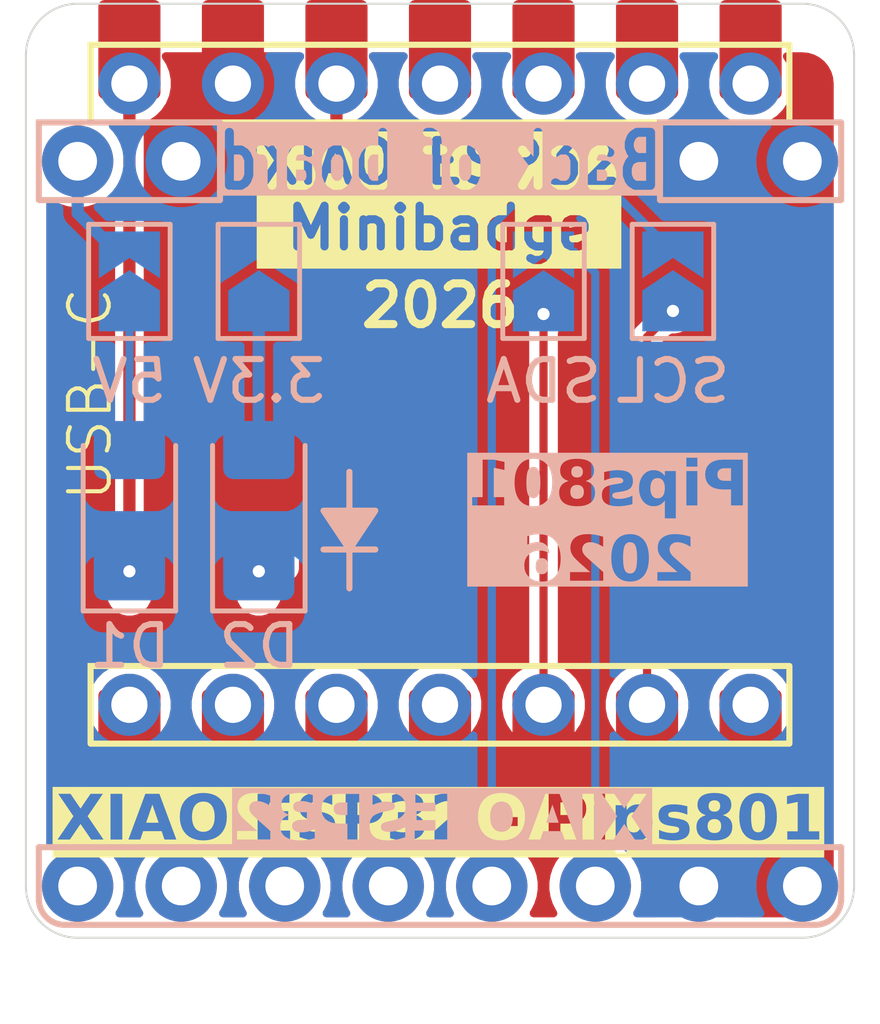
<source format=kicad_pcb>
(kicad_pcb (version 20241229) (generator "pcbnew") (generator_version "9.0")
  (layers (0 "F.Cu" signal) (2 "B.Cu" signal) (13 "F.Paste" user) (15 "B.Paste" user) (5 "F.SilkS" user "F.Silkscreen") (7 "B.SilkS" user "B.Silkscreen") (1 "F.Mask" user) (3 "B.Mask" user) (25 "Edge.Cuts" user))
  (net 0 "")
  (net 1 "Net-(D1-A)")
  (net 2 "Net-(D2-A)")
  (net 3 "VBUS")
  (net 4 "+3.3V")
  (net 5 "SCL")
  (net 6 "SDA")
  (net 7 "GND")
  (net 21 "/X_VBUS")
  (net 22 "/X_3V3")
  (net 23 "/X_SCL")
  (net 24 "/X_SDA")
  (footprint "MiniBadge:MiniBadge_Full_NoEdges" (layer "F.Cu") (at 138.43 87.63)
    (property "Reference" "MB1" (hide yes))
    (property "Value" "MiniBadge_Simple")
    (pad "1" thru_hole circle (at 1.27 1.27) (size 1.75 1.75) (drill 0.95) (layers "*.Cu" "*.Mask") (net 3 "VBUS"))
    (pad "2" thru_hole circle (at 3.81 1.27) (size 1.75 1.75) (drill 0.95) (layers "*.Cu" "*.Mask") (net 7 "GND"))
    (pad "7" thru_hole circle (at 16.51 1.27) (size 1.75 1.75) (drill 0.95) (layers "*.Cu" "*.Mask") (net 4 "+3.3V"))
    (pad "8" thru_hole circle (at 19.05 1.27) (size 1.75 1.75) (drill 0.95) (layers "*.Cu" "*.Mask") (net 7 "GND"))
    (pad "9" thru_hole circle (at 1.27 19.05) (size 1.75 1.75) (drill 0.95) (layers "*.Cu" "*.Mask"))
    (pad "10" thru_hole circle (at 3.81 19.05) (size 1.75 1.75) (drill 0.95) (layers "*.Cu" "*.Mask"))
    (pad "11" thru_hole circle (at 6.35 19.05) (size 1.75 1.75) (drill 0.95) (layers "*.Cu" "*.Mask"))
    (pad "12" thru_hole circle (at 8.89 19.05) (size 1.75 1.75) (drill 0.95) (layers "*.Cu" "*.Mask"))
    (pad "13" thru_hole circle (at 11.43 19.05) (size 1.75 1.75) (drill 0.95) (layers "*.Cu" "*.Mask") (net 5 "SCL"))
    (pad "14" thru_hole circle (at 13.97 19.05) (size 1.75 1.75) (drill 0.95) (layers "*.Cu" "*.Mask") (net 6 "SDA"))
    (pad "15" thru_hole circle (at 16.51 19.05) (size 1.75 1.75) (drill 0.95) (layers "*.Cu" "*.Mask") (net 4 "+3.3V"))
    (pad "16" thru_hole circle (at 19.05 19.05) (size 1.75 1.75) (drill 0.95) (layers "*.Cu" "*.Mask") (net 7 "GND"))
  )
  (footprint "Seeed XIAO:XIAO-ESP32S3-DIP" (layer "F.Cu") (at 148.59 94.615 90)
    (property "Reference" "U1" (hide yes))
    (property "Value" "XIAO-ESP32-S3-DIP")
    (fp_text user "USB-C" (at 0 -8 90) (layer "F.SilkS") (effects (font (thickness 0.1)) (justify bottom)))
    (pad "1" smd roundrect (at -8.455 -7.62 270) (size 2.432 1.524) (layers "F.Cu" "F.Mask") (roundrect_rratio 0.1))
    (pad "1" thru_hole circle (at -7.62 -7.62 270) (size 1.524 1.524) (drill 0.889) (layers "*.Cu" "*.Mask"))
    (pad "2" smd roundrect (at -8.455 -5.08 270) (size 2.432 1.524) (layers "F.Cu" "F.Mask") (roundrect_rratio 0.1))
    (pad "2" thru_hole circle (at -7.62 -5.08 270) (size 1.524 1.524) (drill 0.889) (layers "*.Cu" "*.Mask"))
    (pad "3" smd roundrect (at -8.455 -2.54 270) (size 2.432 1.524) (layers "F.Cu" "F.Mask") (roundrect_rratio 0.1))
    (pad "3" thru_hole circle (at -7.62 -2.54 270) (size 1.524 1.524) (drill 0.889) (layers "*.Cu" "*.Mask"))
    (pad "4" smd roundrect (at -8.455 0 270) (size 2.432 1.524) (layers "F.Cu" "F.Mask") (roundrect_rratio 0.1))
    (pad "4" thru_hole circle (at -7.62 0 270) (size 1.524 1.524) (drill 0.889) (layers "*.Cu" "*.Mask"))
    (pad "5" smd roundrect (at -8.455 2.54 270) (size 2.432 1.524) (layers "F.Cu" "F.Mask") (roundrect_rratio 0.1) (net 24 "/X_SDA"))
    (pad "5" thru_hole circle (at -7.62 2.54 270) (size 1.524 1.524) (drill 0.889) (layers "*.Cu" "*.Mask") (net 24 "/X_SDA"))
    (pad "6" smd roundrect (at -8.455 5.08 270) (size 2.432 1.524) (layers "F.Cu" "F.Mask") (roundrect_rratio 0.1) (net 23 "/X_SCL"))
    (pad "6" thru_hole circle (at -7.62 5.08 270) (size 1.524 1.524) (drill 0.889) (layers "*.Cu" "*.Mask") (net 23 "/X_SCL"))
    (pad "7" smd roundrect (at -8.455 7.62 270) (size 2.432 1.524) (layers "F.Cu" "F.Mask") (roundrect_rratio 0.1))
    (pad "7" thru_hole circle (at -7.62 7.62 270) (size 1.524 1.524) (drill 0.889) (layers "*.Cu" "*.Mask"))
    (pad "8" thru_hole circle (at 7.62 7.62 90) (size 1.524 1.524) (drill 0.889) (layers "*.Cu" "*.Mask"))
    (pad "8" smd roundrect (at 8.455 7.62 90) (size 2.432 1.524) (layers "F.Cu" "F.Mask") (roundrect_rratio 0.1))
    (pad "9" thru_hole circle (at 7.62 5.08 90) (size 1.524 1.524) (drill 0.889) (layers "*.Cu" "*.Mask"))
    (pad "9" smd roundrect (at 8.455 5.08 90) (size 2.432 1.524) (layers "F.Cu" "F.Mask") (roundrect_rratio 0.1))
    (pad "10" thru_hole circle (at 7.62 2.54 90) (size 1.524 1.524) (drill 0.889) (layers "*.Cu" "*.Mask"))
    (pad "10" smd roundrect (at 8.455 2.54 90) (size 2.432 1.524) (layers "F.Cu" "F.Mask") (roundrect_rratio 0.1))
    (pad "11" thru_hole circle (at 7.62 0 90) (size 1.524 1.524) (drill 0.889) (layers "*.Cu" "*.Mask"))
    (pad "11" smd roundrect (at 8.455 0 90) (size 2.432 1.524) (layers "F.Cu" "F.Mask") (roundrect_rratio 0.1))
    (pad "12" thru_hole circle (at 7.62 -2.54 90) (size 1.524 1.524) (drill 0.889) (layers "*.Cu" "*.Mask") (net 22 "/X_3V3"))
    (pad "12" smd roundrect (at 8.455 -2.54 90) (size 2.432 1.524) (layers "F.Cu" "F.Mask") (roundrect_rratio 0.1) (net 22 "/X_3V3"))
    (pad "13" thru_hole circle (at 7.62 -5.08 90) (size 1.524 1.524) (drill 0.889) (layers "*.Cu" "*.Mask") (net 7 "GND"))
    (pad "13" smd roundrect (at 8.455 -5.08 90) (size 2.432 1.524) (layers "F.Cu" "F.Mask") (roundrect_rratio 0.1) (net 7 "GND"))
    (pad "14" thru_hole circle (at 7.62 -7.62 90) (size 1.524 1.524) (drill 0.889) (layers "*.Cu" "*.Mask") (net 21 "/X_VBUS"))
    (pad "14" smd roundrect (at 8.455 -7.62 90) (size 2.432 1.524) (layers "F.Cu" "F.Mask") (roundrect_rratio 0.1) (net 21 "/X_VBUS"))
  )
  (footprint "Jumper:SolderJumper-2_P1.3mm_Open_TrianglePad1.0x1.5mm" (layer "B.Cu") (at 140.97 91.8475 90)
    (property "Reference" "JP1")
    (property "Value" "5V" (at -2.45 0 0) (layer "B.SilkS") (effects (justify mirror)))
    (fp_line (start 1.4 -1) (end -1.4 -1) (stroke (width 0.12)) (layer "B.SilkS"))
    (fp_line (start -1.4 -1) (end -1.4 1) (stroke (width 0.12)) (layer "B.SilkS"))
    (fp_line (start 1.4 1) (end 1.4 -1) (stroke (width 0.12)) (layer "B.SilkS"))
    (fp_line (start -1.4 1) (end 1.4 1) (stroke (width 0.12)) (layer "B.SilkS"))
    (pad "1" smd custom (at -0.725 0 90) (size 0.3 0.3) (layers "B.Cu" "B.Mask") (net 1 "Net-(D1-A)") (options (clearance outline) (anchor rect)) (primitives (gr_poly (pts (xy 1 0) (xy 0.5 -0.75) (xy -0.5 -0.75) (xy -0.5 0.75) (xy 0.5 0.75)) (width 0) (fill yes))))
    (pad "2" smd custom (at 0.725 0 90) (size 0.3 0.3) (layers "B.Cu" "B.Mask") (net 3 "VBUS") (options (clearance outline) (anchor rect)) (primitives (gr_poly (pts (xy 0.5 -0.75) (xy -0.65 -0.75) (xy -0.15 0) (xy -0.65 0.75) (xy 0.5 0.75)) (width 0) (fill yes))))
  )
  (footprint "Diode_SMD:D_1206_3216Metric_Pad1.42x1.75mm_HandSolder" (layer "B.Cu") (at 140.97 97.4725 90)
    (property "Reference" "D1" (at -3.326681 0.009577 0) (layer "B.SilkS") (effects (justify mirror)))
    (property "Value" "10V")
    (fp_line (start -2.46 -1.135) (end 1.6 -1.135) (stroke (width 0.12)) (layer "B.SilkS"))
    (fp_line (start 1.6 1.135) (end -2.46 1.135) (stroke (width 0.12)) (layer "B.SilkS"))
    (fp_line (start -2.46 1.135) (end -2.46 -1.135) (stroke (width 0.12)) (layer "B.SilkS"))
    (pad "1" smd roundrect (at -1.4875 0 90) (size 1.425 1.75) (layers "B.Cu" "B.Mask" "B.Paste") (roundrect_rratio 0.175439) (net 21 "/X_VBUS"))
    (pad "2" smd roundrect (at 1.4875 0 90) (size 1.425 1.75) (layers "B.Cu" "B.Mask" "B.Paste") (roundrect_rratio 0.175439) (net 1 "Net-(D1-A)"))
  )
  (footprint "Jumper:SolderJumper-2_P1.3mm_Open_TrianglePad1.0x1.5mm" (layer "B.Cu") (at 151.13 91.8475 90)
    (property "Reference" "JP4")
    (property "Value" "SDA" (at -2.45 0 0) (layer "B.SilkS") (effects (justify mirror)))
    (fp_line (start 1.4 -1) (end -1.4 -1) (stroke (width 0.12)) (layer "B.SilkS"))
    (fp_line (start -1.4 -1) (end -1.4 1) (stroke (width 0.12)) (layer "B.SilkS"))
    (fp_line (start 1.4 1) (end 1.4 -1) (stroke (width 0.12)) (layer "B.SilkS"))
    (fp_line (start -1.4 1) (end 1.4 1) (stroke (width 0.12)) (layer "B.SilkS"))
    (pad "1" smd custom (at -0.725 0 90) (size 0.3 0.3) (layers "B.Cu" "B.Mask") (net 24 "/X_SDA") (options (clearance outline) (anchor rect)) (primitives (gr_poly (pts (xy 1 0) (xy 0.5 -0.75) (xy -0.5 -0.75) (xy -0.5 0.75) (xy 0.5 0.75)) (width 0) (fill yes))))
    (pad "2" smd custom (at 0.725 0 90) (size 0.3 0.3) (layers "B.Cu" "B.Mask") (net 6 "SDA") (options (clearance outline) (anchor rect)) (primitives (gr_poly (pts (xy 0.5 -0.75) (xy -0.65 -0.75) (xy -0.15 0) (xy -0.65 0.75) (xy 0.5 0.75)) (width 0) (fill yes))))
  )
  (footprint "Diode_SMD:D_1206_3216Metric_Pad1.42x1.75mm_HandSolder" (layer "B.Cu") (at 144.145 97.4725 90)
    (property "Reference" "D2" (at -3.326681 0.009577 0) (layer "B.SilkS") (effects (justify mirror)))
    (property "Value" "10V")
    (fp_line (start -2.46 -1.135) (end 1.6 -1.135) (stroke (width 0.12)) (layer "B.SilkS"))
    (fp_line (start 1.6 1.135) (end -2.46 1.135) (stroke (width 0.12)) (layer "B.SilkS"))
    (fp_line (start -2.46 1.135) (end -2.46 -1.135) (stroke (width 0.12)) (layer "B.SilkS"))
    (pad "1" smd roundrect (at -1.4875 0 90) (size 1.425 1.75) (layers "B.Cu" "B.Mask" "B.Paste") (roundrect_rratio 0.175439) (net 22 "/X_3V3"))
    (pad "2" smd roundrect (at 1.4875 0 90) (size 1.425 1.75) (layers "B.Cu" "B.Mask" "B.Paste") (roundrect_rratio 0.175439) (net 2 "Net-(D2-A)"))
  )
  (footprint "Jumper:SolderJumper-2_P1.3mm_Open_TrianglePad1.0x1.5mm" (layer "B.Cu") (at 144.145 91.8475 90)
    (property "Reference" "JP2")
    (property "Value" "3.3V" (at -2.45 0 0) (layer "B.SilkS") (effects (justify mirror)))
    (fp_line (start 1.4 -1) (end -1.4 -1) (stroke (width 0.12)) (layer "B.SilkS"))
    (fp_line (start -1.4 -1) (end -1.4 1) (stroke (width 0.12)) (layer "B.SilkS"))
    (fp_line (start 1.4 1) (end 1.4 -1) (stroke (width 0.12)) (layer "B.SilkS"))
    (fp_line (start -1.4 1) (end 1.4 1) (stroke (width 0.12)) (layer "B.SilkS"))
    (pad "1" smd custom (at -0.725 0 90) (size 0.3 0.3) (layers "B.Cu" "B.Mask") (net 2 "Net-(D2-A)") (options (clearance outline) (anchor rect)) (primitives (gr_poly (pts (xy 1 0) (xy 0.5 -0.75) (xy -0.5 -0.75) (xy -0.5 0.75) (xy 0.5 0.75)) (width 0) (fill yes))))
    (pad "2" smd custom (at 0.725 0 90) (size 0.3 0.3) (layers "B.Cu" "B.Mask") (net 4 "+3.3V") (options (clearance outline) (anchor rect)) (primitives (gr_poly (pts (xy 0.5 -0.75) (xy -0.65 -0.75) (xy -0.15 0) (xy -0.65 0.75) (xy 0.5 0.75)) (width 0) (fill yes))))
  )
  (footprint "Jumper:SolderJumper-2_P1.3mm_Open_TrianglePad1.0x1.5mm" (layer "B.Cu") (at 154.305 91.8475 90)
    (property "Reference" "JP3")
    (property "Value" "SCL" (at -2.45 0 0) (layer "B.SilkS") (effects (justify mirror)))
    (fp_line (start 1.4 -1) (end -1.4 -1) (stroke (width 0.12)) (layer "B.SilkS"))
    (fp_line (start -1.4 -1) (end -1.4 1) (stroke (width 0.12)) (layer "B.SilkS"))
    (fp_line (start 1.4 1) (end 1.4 -1) (stroke (width 0.12)) (layer "B.SilkS"))
    (fp_line (start -1.4 1) (end 1.4 1) (stroke (width 0.12)) (layer "B.SilkS"))
    (pad "1" smd custom (at -0.725 0 90) (size 0.3 0.3) (layers "B.Cu" "B.Mask") (net 23 "/X_SCL") (options (clearance outline) (anchor rect)) (primitives (gr_poly (pts (xy 1 0) (xy 0.5 -0.75) (xy -0.5 -0.75) (xy -0.5 0.75) (xy 0.5 0.75)) (width 0) (fill yes))))
    (pad "2" smd custom (at 0.725 0 90) (size 0.3 0.3) (layers "B.Cu" "B.Mask") (net 5 "SCL") (options (clearance outline) (anchor rect)) (primitives (gr_poly (pts (xy 0.5 -0.75) (xy -0.65 -0.75) (xy -0.15 0) (xy -0.65 0.75) (xy 0.5 0.75)) (width 0) (fill yes))))
  )
  (gr_rect (start 140.0175 86.0425) (end 157.1625 87.9475) (stroke (width 0.15)) (fill no) (layer "F.SilkS"))
  (gr_rect (start 140.0175 101.2825) (end 157.1625 103.1875) (stroke (width 0.15)) (fill no) (layer "F.SilkS"))
  (gr_arc (start 139.3825 107.6325) (mid 138.933487 107.446513) (end 138.7475 106.9975) (stroke (width 0.15)) (layer "B.SilkS"))
  (gr_poly (pts (xy 146.3675 98.425) (xy 145.7325 97.4725) (xy 147.0025 97.4725)) (stroke (width 0.15)) (fill yes) (layer "B.SilkS"))
  (gr_rect (start 153.9875 87.9475) (end 158.4325 89.8525) (stroke (width 0.15)) (fill no) (layer "B.SilkS"))
  (gr_line (start 146.3675 96.52) (end 146.3675 99.3775) (stroke (width 0.15)) (layer "B.SilkS"))
  (gr_line (start 157.7975 107.6325) (end 139.3825 107.6325) (stroke (width 0.15)) (layer "B.SilkS"))
  (gr_line (start 158.4325 105.7275) (end 158.4325 106.9975) (stroke (width 0.15)) (layer "B.SilkS"))
  (gr_arc (start 158.4325 106.9975) (mid 158.246513 107.446513) (end 157.7975 107.6325) (stroke (width 0.15)) (layer "B.SilkS"))
  (gr_line (start 138.7475 106.9975) (end 138.7475 105.7275) (stroke (width 0.15)) (layer "B.SilkS"))
  (gr_line (start 145.7325 98.425) (end 147.0025 98.425) (stroke (width 0.15)) (layer "B.SilkS"))
  (gr_rect (start 138.7475 87.9475) (end 143.1925 89.8525) (stroke (width 0.15)) (fill no) (layer "B.SilkS"))
  (gr_line (start 138.7475 105.7275) (end 158.4325 105.7275) (stroke (width 0.15)) (layer "B.SilkS"))
  (gr_line (start 139.708126 85.035526) (end 157.488126 85.035526) (stroke (width 0.05)) (layer "Edge.Cuts"))
  (gr_arc (start 138.43 86.305526) (mid 138.801974 85.4075) (end 139.7 85.035526) (stroke (width 0.05)) (layer "Edge.Cuts"))
  (gr_line (start 158.75 86.305526) (end 158.75 106.68) (stroke (width 0.05)) (layer "Edge.Cuts"))
  (gr_arc (start 157.48 85.035526) (mid 158.378026 85.4075) (end 158.75 86.305526) (stroke (width 0.05)) (layer "Edge.Cuts"))
  (gr_arc (start 158.75 106.68) (mid 158.378026 107.578026) (end 157.48 107.95) (stroke (width 0.05)) (layer "Edge.Cuts"))
  (gr_line (start 138.43 106.68) (end 138.43 86.305526) (stroke (width 0.05)) (layer "Edge.Cuts"))
  (gr_arc (start 139.7 107.95) (mid 138.801974 107.578026) (end 138.43 106.68) (stroke (width 0.05)) (layer "Edge.Cuts"))
  (gr_line (start 157.48 107.95) (end 139.7 107.95) (stroke (width 0.05)) (layer "Edge.Cuts"))
  (gr_text "XIAO ESP32\nMinibadge" (at 148.59 91.1225 0) (layer "F.SilkS" knockout) (effects (font (size 1 1) (thickness 0.2)) (justify bottom)))
  (gr_text "2026" (at 148.59 93.0275 0) (layer "F.SilkS") (effects (font (size 1 1) (thickness 0.2)) (justify bottom)))
  (gr_text "XIAO ESP32 - Pips801" (at 148.59 105.7275 0) (layer "F.SilkS" knockout) (effects (font (size 1.1 1.1) (thickness 0.2) (bold yes)) (justify bottom)))
  (gr_text "Pips801\n2026" (at 152.7175 99.3775 0) (layer "B.SilkS" knockout) (effects (font (size 1.1 1.1) (thickness 0.2) (bold yes)) (justify bottom mirror)))
  (gr_text "Back of board" (at 148.59 88.9 0) (layer "B.SilkS" knockout) (effects (font (size 1.3 1) (thickness 0.22) (bold yes)) (justify mirror)))
  (gr_text "XIAO ESP32" (at 148.59 105.7275 0) (layer "B.SilkS" knockout) (effects (font (size 1.1 1.1) (thickness 0.2) (bold yes)) (justify bottom mirror)))
  (segment (start 140.97 92.5725) (end 140.97 95.985) (width 0.2) (layer "B.Cu") (net 1))
  (segment (start 144.145 95.985) (end 144.145 92.5725) (width 0.3) (layer "B.Cu") (net 2))
  (segment (start 139.7 88.9) (end 139.7 90.17) (width 0.3) (layer "B.Cu") (net 3))
  (segment (start 139.7 90.17) (end 140.6525 91.1225) (width 0.3) (layer "B.Cu") (net 3))
  (segment (start 140.6525 91.1225) (end 140.97 91.1225) (width 0.3) (layer "B.Cu") (net 3))
  (segment (start 149.86 106.68) (end 149.86 90.4875) (width 0.2) (layer "B.Cu") (net 5))
  (segment (start 150.495 89.8525) (end 153.035 89.8525) (width 0.2) (layer "B.Cu") (net 5))
  (segment (start 153.035 89.8525) (end 154.305 91.1225) (width 0.2) (layer "B.Cu") (net 5))
  (segment (start 149.86 90.4875) (end 150.495 89.8525) (width 0.2) (layer "B.Cu") (net 5))
  (segment (start 152.4 91.6375) (end 151.885 91.1225) (width 0.2) (layer "B.Cu") (net 6))
  (segment (start 152.4 106.68) (end 152.4 91.6375) (width 0.2) (layer "B.Cu") (net 6))
  (segment (start 151.885 91.1225) (end 151.13 91.1225) (width 0.2) (layer "B.Cu") (net 6))
  (segment (start 140.97 86.995) (end 140.97 98.96) (width 0.3) (layer "F.Cu") (net 21))
  (via (at 140.97 98.96) (size 0.6) (drill 0.3) (layers "F.Cu" "B.Cu") (net 21))
  (segment (start 146.05 86.995) (end 146.05 97.055) (width 0.3) (layer "F.Cu") (net 22))
  (segment (start 146.05 97.055) (end 144.145 98.96) (width 0.3) (layer "F.Cu") (net 22))
  (via (at 144.145 98.96) (size 0.6) (drill 0.3) (layers "F.Cu" "B.Cu") (net 22))
  (segment (start 153.67 93.2075) (end 154.305 92.5725) (width 0.2) (layer "F.Cu") (net 23))
  (segment (start 153.67 102.235) (end 153.67 93.2075) (width 0.2) (layer "F.Cu") (net 23))
  (via (at 154.305 92.5725) (size 0.6) (drill 0.3) (layers "F.Cu" "B.Cu") (net 23))
  (segment (start 151.13 102.235) (end 151.13 92.647816) (width 0.2) (layer "F.Cu") (net 24))
  (via (at 151.13 92.647816) (size 0.6) (drill 0.3) (layers "F.Cu" "B.Cu") (net 24))
  (zone (net 7) (net_name "GND") (layer "F.Cu") (connect_pads yes (clearance 0.25)) (min_thickness 0.2) (fill yes (thermal_gap 0.5) (thermal_bridge_width 0.5))
    (polygon (pts (xy 159.385 85.09) (xy 159.385 108.585) (xy 137.795 108.585) (xy 137.795 85.09)))
  )
  (zone (net 4) (net_name "+3.3V") (layer "B.Cu") (connect_pads yes (clearance 0.25)) (min_thickness 0.2) (fill yes (thermal_gap 0.5) (thermal_bridge_width 0.5))
    (polygon (pts (xy 159.385 85.09) (xy 159.385 108.585) (xy 137.795 108.585) (xy 137.795 85.09)))
  )
)
</source>
